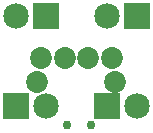
<source format=gts>
G04 MADE WITH FRITZING*
G04 WWW.FRITZING.ORG*
G04 DOUBLE SIDED*
G04 HOLES PLATED*
G04 CONTOUR ON CENTER OF CONTOUR VECTOR*
%ASAXBY*%
%FSLAX23Y23*%
%MOIN*%
%OFA0B0*%
%SFA1.0B1.0*%
%ADD10C,0.029685*%
%ADD11C,0.085000*%
%ADD12C,0.072992*%
%ADD13R,0.085000X0.085000*%
%LNMASK1*%
G90*
G70*
G54D10*
X302Y40D03*
X224Y40D03*
G54D11*
X357Y105D03*
X457Y105D03*
X55Y105D03*
X155Y105D03*
X155Y406D03*
X55Y406D03*
X457Y406D03*
X357Y406D03*
G54D12*
X374Y266D03*
X295Y266D03*
X216Y266D03*
X137Y266D03*
X125Y185D03*
X385Y185D03*
G54D13*
X357Y105D03*
X55Y105D03*
X155Y406D03*
X457Y406D03*
G04 End of Mask1*
M02*
</source>
